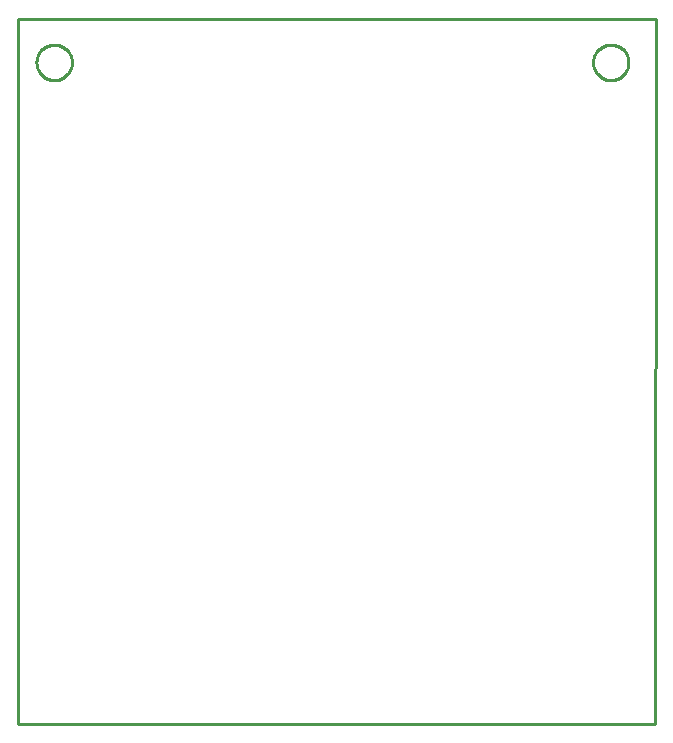
<source format=gbr>
G04 EAGLE Gerber RS-274X export*
G75*
%MOMM*%
%FSLAX34Y34*%
%LPD*%
%IN*%
%IPPOS*%
%AMOC8*
5,1,8,0,0,1.08239X$1,22.5*%
G01*
%ADD10C,0.254000*%


D10*
X0Y0D02*
X539943Y0D01*
X540260Y596800D01*
X0Y596800D01*
X0Y0D01*
X46000Y559464D02*
X45924Y558396D01*
X45771Y557335D01*
X45543Y556288D01*
X45241Y555260D01*
X44867Y554256D01*
X44422Y553281D01*
X43908Y552341D01*
X43329Y551440D01*
X42687Y550582D01*
X41985Y549772D01*
X41228Y549015D01*
X40418Y548313D01*
X39560Y547671D01*
X38659Y547092D01*
X37719Y546578D01*
X36744Y546133D01*
X35740Y545759D01*
X34712Y545457D01*
X33665Y545229D01*
X32604Y545076D01*
X31536Y545000D01*
X30464Y545000D01*
X29396Y545076D01*
X28335Y545229D01*
X27288Y545457D01*
X26260Y545759D01*
X25256Y546133D01*
X24281Y546578D01*
X23341Y547092D01*
X22440Y547671D01*
X21582Y548313D01*
X20772Y549015D01*
X20015Y549772D01*
X19313Y550582D01*
X18671Y551440D01*
X18092Y552341D01*
X17578Y553281D01*
X17133Y554256D01*
X16759Y555260D01*
X16457Y556288D01*
X16229Y557335D01*
X16076Y558396D01*
X16000Y559464D01*
X16000Y560536D01*
X16076Y561604D01*
X16229Y562665D01*
X16457Y563712D01*
X16759Y564740D01*
X17133Y565744D01*
X17578Y566719D01*
X18092Y567659D01*
X18671Y568560D01*
X19313Y569418D01*
X20015Y570228D01*
X20772Y570985D01*
X21582Y571687D01*
X22440Y572329D01*
X23341Y572908D01*
X24281Y573422D01*
X25256Y573867D01*
X26260Y574241D01*
X27288Y574543D01*
X28335Y574771D01*
X29396Y574924D01*
X30464Y575000D01*
X31536Y575000D01*
X32604Y574924D01*
X33665Y574771D01*
X34712Y574543D01*
X35740Y574241D01*
X36744Y573867D01*
X37719Y573422D01*
X38659Y572908D01*
X39560Y572329D01*
X40418Y571687D01*
X41228Y570985D01*
X41985Y570228D01*
X42687Y569418D01*
X43329Y568560D01*
X43908Y567659D01*
X44422Y566719D01*
X44867Y565744D01*
X45241Y564740D01*
X45543Y563712D01*
X45771Y562665D01*
X45924Y561604D01*
X46000Y560536D01*
X46000Y559464D01*
X517275Y559464D02*
X517199Y558396D01*
X517046Y557335D01*
X516818Y556288D01*
X516516Y555260D01*
X516142Y554256D01*
X515697Y553281D01*
X515183Y552341D01*
X514604Y551440D01*
X513962Y550582D01*
X513260Y549772D01*
X512503Y549015D01*
X511693Y548313D01*
X510835Y547671D01*
X509934Y547092D01*
X508994Y546578D01*
X508019Y546133D01*
X507015Y545759D01*
X505987Y545457D01*
X504940Y545229D01*
X503879Y545076D01*
X502811Y545000D01*
X501739Y545000D01*
X500671Y545076D01*
X499610Y545229D01*
X498563Y545457D01*
X497535Y545759D01*
X496531Y546133D01*
X495556Y546578D01*
X494616Y547092D01*
X493715Y547671D01*
X492857Y548313D01*
X492047Y549015D01*
X491290Y549772D01*
X490588Y550582D01*
X489946Y551440D01*
X489367Y552341D01*
X488853Y553281D01*
X488408Y554256D01*
X488034Y555260D01*
X487732Y556288D01*
X487504Y557335D01*
X487351Y558396D01*
X487275Y559464D01*
X487275Y560536D01*
X487351Y561604D01*
X487504Y562665D01*
X487732Y563712D01*
X488034Y564740D01*
X488408Y565744D01*
X488853Y566719D01*
X489367Y567659D01*
X489946Y568560D01*
X490588Y569418D01*
X491290Y570228D01*
X492047Y570985D01*
X492857Y571687D01*
X493715Y572329D01*
X494616Y572908D01*
X495556Y573422D01*
X496531Y573867D01*
X497535Y574241D01*
X498563Y574543D01*
X499610Y574771D01*
X500671Y574924D01*
X501739Y575000D01*
X502811Y575000D01*
X503879Y574924D01*
X504940Y574771D01*
X505987Y574543D01*
X507015Y574241D01*
X508019Y573867D01*
X508994Y573422D01*
X509934Y572908D01*
X510835Y572329D01*
X511693Y571687D01*
X512503Y570985D01*
X513260Y570228D01*
X513962Y569418D01*
X514604Y568560D01*
X515183Y567659D01*
X515697Y566719D01*
X516142Y565744D01*
X516516Y564740D01*
X516818Y563712D01*
X517046Y562665D01*
X517199Y561604D01*
X517275Y560536D01*
X517275Y559464D01*
M02*

</source>
